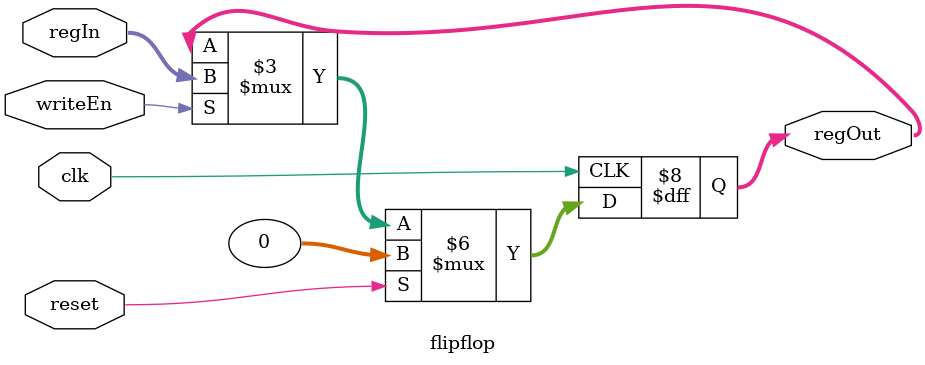
<source format=sv>
module flipflop (
    
    input clk, reset, writeEn,
    input [31:0] regIn,
    output reg [31:0] regOut);

    always @ (posedge clk) begin
        if (reset == 1) regOut <= 0;
        else if (writeEn) regOut <= regIn;
    end
endmodule // register
</source>
